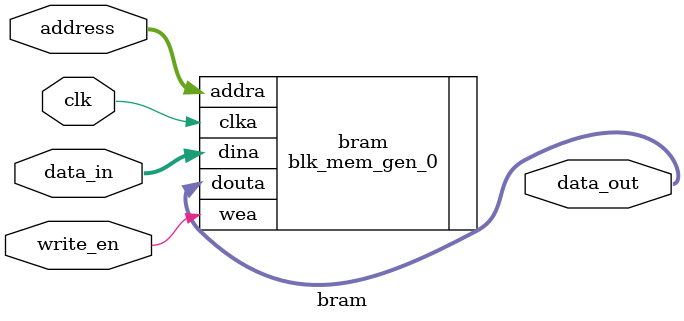
<source format=v>
`timescale 1ns / 1ps

module bram(
    input clk, 
    input write_en, 
    input [7:0]address, 
    input [7:0]data_in, 
    output [7:0]data_out
    );
    
    blk_mem_gen_0 bram(.clka(clk),.addra(address),.dina(data_in),.douta(data_out),.wea(write_en));
    
endmodule

</source>
